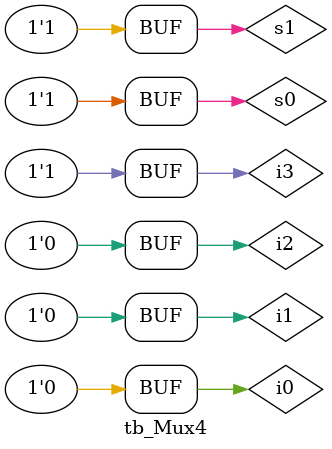
<source format=v>
`timescale 1ns / 1ps

module tb_Mux4;
    
    // Inputs, defined as registers
    reg s0;
    reg s1;
    reg i0;
    reg i1;
    reg i2;
    reg i3;
    
    // Outputs, defined as wires
    wire d;
    
    // Instantiate the UUT (unit under test)
    mux uut(
        .s0(s0), 
        .s1(s1), 
        .i0(i0), 
        .i1(i1), 
        .i2(i2), 
        .i3(i3),
        .d(d)
    );
    
    initial begin
        // Initialize Inputs
        s0 = 0;
        s1 = 0;
        i0 = 0;
        i1 = 0;
        i2 = 0;
        i3 = 0;
        
        // Wait 50 ns for global reset to finish
        #50;
        
        // Stimulus -- all input combinations followed by some wait time to observe the o/p  
        s0 = 0;
        s1 = 0;
        i0 = 0;
        i1 = 0;
        i2 = 0;
        i3 = 0;
        #50
        $display("TC01");
        if( d != i0 ) $display("Result is wrong");

        s0 = 1;
        s1 = 0;
        i0 = 0;
        i1 = 0;
        i2 = 0;
        i3 = 0;
        #50
        $display("TC02");
        if( d != i1 ) $display("Result is wrong");

        s0 = 0;
        s1 = 1;
        i0 = 0;
        i1 = 0;
        i2 = 0;
        i3 = 0;
        #50
        $display("TC03");
        if( d != i2 ) $display("Result is wrong");

        s0 = 1;
        s1 = 1;
        i0 = 0;
        i1 = 0;
        i2 = 0;
        i3 = 0;
        #50
        $display("TC04");
        if( d != i3 ) $display("Result is wrong");

        s0 = 0;
        s1 = 0;
        i0 = 1;
        i1 = 0;
        i2 = 0;
        i3 = 0;
        #50
        $display("TC05");
        if( d != i0 ) $display("Result is wrong");

        s0 = 1;
        s1 = 0;
        i0 = 0;
        i1 = 1;
        i2 = 0;
        i3 = 0;
        #50
        $display("TC06");
        if( d != i1 ) $display("Result is wrong");

        s0 = 0;
        s1 = 1;
        i0 = 0;
        i1 = 0;
        i2 = 1;
        i3 = 0;
        #50
        $display("TC07");
        if( d != i2 ) $display("Result is wrong");

        s0 = 1;
        s1 = 1;
        i0 = 0;
        i1 = 0;
        i2 = 0;
        i3 = 1;
        #50;
        $display("TC08");
        if( d != i3 ) $display("Result is wrong");
    
    end
    
    
    
endmodule

</source>
